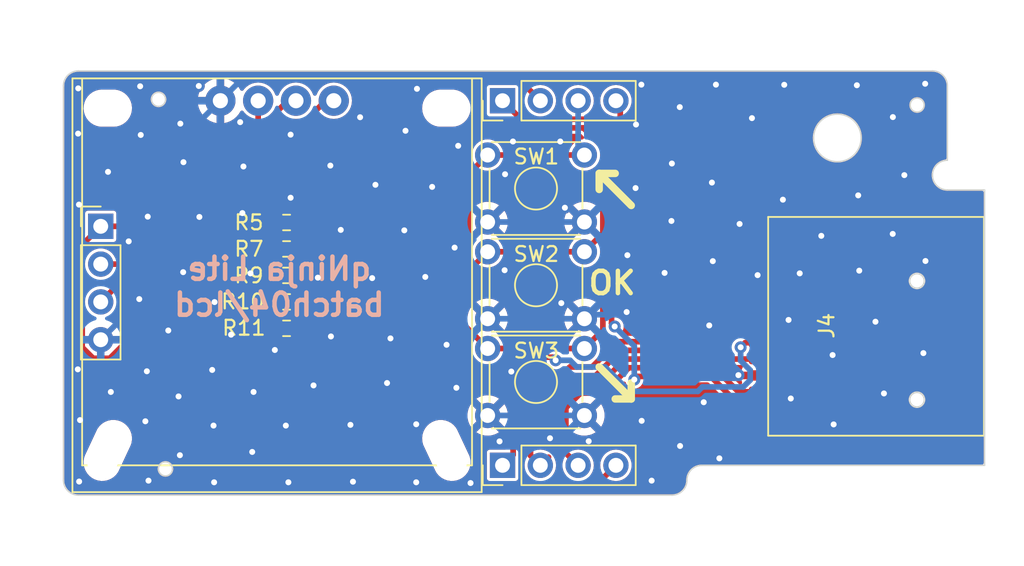
<source format=kicad_pcb>
(kicad_pcb (version 20211014) (generator pcbnew)
  (layers (0 "F.Cu" signal) (31 "B.Cu" signal) (34 "B.Paste" user) (35 "F.Paste" user) (36 "B.SilkS" user "B.Silkscreen") (37 "F.SilkS" user "F.Silkscreen") (38 "B.Mask" user) (39 "F.Mask" user) (44 "Edge.Cuts" user))
  (net 0 "")
  (net 1 "3V3D")
  (net 2 "SD_CS")
  (net 3 "MOSI")
  (net 4 "SCLK")
  (net 5 "MISO")
  (net 6 "SD_CD")
  (net 7 "TACT1")
  (net 8 "TACT2")
  (net 9 "TACT3")
  (net 10 "GND")
  (net 13 "I2C_SCL")
  (net 14 "I2C_SDA")
  (footprint "Ninja-qPCR:ALI_I2C_LCD" (layer "F.Cu") (at 146.350004 88.999993)
    (fp_text reference "D2" hide)
    (fp_text value "I2C_SSD1306_LCD")
    (fp_line (start 13.1 0) (end 13.1 26) (layer "F.SilkS") (width 0.12))
    (fp_line (start -13.75 0) (end 13.75 0) (layer "F.SilkS") (width 0.12))
    (fp_line (start 13.75 0) (end 13.75 27.8) (layer "F.SilkS") (width 0.12))
    (fp_line (start -13.1 0) (end -13.1 26) (layer "F.SilkS") (width 0.12))
    (fp_line (start -13.75 27.8) (end 13.75 27.8) (layer "F.SilkS") (width 0.12))
    (fp_line (start -13.75 0) (end -13.75 27.8) (layer "F.SilkS") (width 0.12))
    (fp_line (start -13.1 26) (end 13.1 26) (layer "F.SilkS") (width 0.12))
    (pad "" np_thru_hole oval (at 11.375 25 295.115) (size 3.767 2) (drill oval 3.767 2) (layers F&B.Cu *.Mask))
    (pad "" np_thru_hole oval (at 11.375 2) (size 2.75 2) (drill oval 2.75 2) (layers F&B.Cu *.Mask))
    (pad "" np_thru_hole oval (at -11.375 25 64.885) (size 3.767 2) (drill oval 3.767 2) (layers F&B.Cu *.Mask))
    (pad "" np_thru_hole oval (at -11.375 2) (size 2.75 2) (drill oval 2.75 2) (layers F&B.Cu *.Mask))
    (pad "1" thru_hole oval (at -3.81 1.5) (size 2.032 2.032) (drill 1.016) (layers *.Cu *.Mask) (net 10 "GND"))
    (pad "2" thru_hole oval (at -1.27 1.5) (size 2.032 2.032) (drill 1.016) (layers *.Cu *.Mask) (net 1 "3V3D"))
    (pad "3" thru_hole oval (at 1.27 1.5) (size 2.032 2.032) (drill 1.016) (layers *.Cu *.Mask) (net 13 "I2C_SCL"))
    (pad "4" thru_hole oval (at 3.81 1.5) (size 2.032 2.032) (drill 1.016) (layers *.Cu *.Mask) (net 14 "I2C_SDA"))
  )
  (footprint "Connector_PinHeader_2.54mm:PinHeader_1x04_P2.54mm_Vertical" (layer "F.Cu") (at 161.5 90.5 90)
    (fp_text reference "J1" hide)
    (fp_text value "Conn_01x04_Male")
    (fp_line (start 1.33 1.27) (end 1.33 8.95) (layer "F.SilkS") (width 0.12))
    (fp_line (start -1.33 8.95) (end 1.33 8.95) (layer "F.SilkS") (width 0.12))
    (fp_line (start -1.33 0) (end -1.33 -1.33) (layer "F.SilkS") (width 0.12))
    (fp_line (start -1.33 1.27) (end -1.33 8.95) (layer "F.SilkS") (width 0.12))
    (fp_line (start -1.33 1.27) (end 1.33 1.27) (layer "F.SilkS") (width 0.12))
    (fp_line (start -1.33 -1.33) (end 0 -1.33) (layer "F.SilkS") (width 0.12))
    (pad "1" thru_hole rect (at 0 0 90) (size 1.7 1.7) (drill 1) (layers *.Cu *.Mask) (net 9 "TACT3"))
    (pad "2" thru_hole oval (at 0 2.54 90) (size 1.7 1.7) (drill 1) (layers *.Cu *.Mask) (net 8 "TACT2"))
    (pad "3" thru_hole oval (at 0 5.08 90) (size 1.7 1.7) (drill 1) (layers *.Cu *.Mask) (net 7 "TACT1"))
    (pad "4" thru_hole oval (at 0 7.62 90) (size 1.7 1.7) (drill 1) (layers *.Cu *.Mask) (net 6 "SD_CD"))
  )
  (footprint "Resistor_SMD:R_0603_1608Metric" (layer "F.Cu") (at 146.9892 100.460635 180)
    (fp_text reference "R7" (at 2.5292 0) (layer "F.SilkS"))
    (fp_text value "100k")
    (fp_line (start -0.237258 -0.5225) (end 0.237258 -0.5225) (layer "F.SilkS") (width 0.12))
    (fp_line (start -0.237258 0.5225) (end 0.237258 0.5225) (layer "F.SilkS") (width 0.12))
    (pad "1" smd roundrect (at -0.825 0 180) (size 0.8 0.95) (layers "F.Cu" "F.Paste" "F.Mask") (net 1 "3V3D"))
    (pad "2" smd roundrect (at 0.825 0 180) (size 0.8 0.95) (layers "F.Cu" "F.Paste" "F.Mask") (net 14 "I2C_SDA"))
  )
  (footprint "Ninja-qPCR:ALI_microSD" (layer "F.Cu") (at 189.35 102.61 90)
    (fp_text reference "J4" (at -3.01 -6.07 90) (layer "F.SilkS"))
    (fp_text value "ALI_Micro_SD_Card")
    (fp_line (start 4.3 -10) (end 4.3 4.5) (layer "F.SilkS") (width 0.12))
    (fp_line (start -10.4 -10) (end -10.4 4.5) (layer "F.SilkS") (width 0.12))
    (fp_line (start 4.3 4.5) (end -10.4 4.5) (layer "F.SilkS") (width 0.12))
    (fp_line (start -10.4 -10) (end 4.3 -10) (layer "F.SilkS") (width 0.12))
    (fp_circle (center 0 0) (end 0.5 0) (layer "Edge.Cuts") (width 0.12) (fill none))
    (fp_circle (center -7.98 0) (end -7.48 0) (layer "Edge.Cuts") (width 0.12) (fill none))
    (pad "1" smd roundrect (at -0.85 -10.5 90) (size 0.7 1.6) (layers "F.Cu" "F.Paste" "F.Mask"))
    (pad "2" smd roundrect (at -1.95 -10.5 90) (size 0.7 1.6) (layers "F.Cu" "F.Paste" "F.Mask") (net 2 "SD_CS"))
    (pad "3" smd roundrect (at -3.05 -10.5 90) (size 0.7 1.6) (layers "F.Cu" "F.Paste" "F.Mask") (net 3 "MOSI"))
    (pad "4" smd roundrect (at -4.15 -10.5 90) (size 0.7 1.6) (layers "F.Cu" "F.Paste" "F.Mask") (net 1 "3V3D"))
    (pad "5" smd roundrect (at -5.25 -10.5 90) (size 0.7 1.6) (layers "F.Cu" "F.Paste" "F.Mask") (net 4 "SCLK"))
    (pad "6" smd roundrect (at -6.35 -10.5 90) (size 0.7 1.6) (layers "F.Cu" "F.Paste" "F.Mask") (net 10 "GND"))
    (pad "7" smd roundrect (at -7.45 -10.5 90) (size 0.7 1.6) (layers "F.Cu" "F.Paste" "F.Mask") (net 5 "MISO"))
    (pad "8" smd roundrect (at -8.55 -10.5 90) (size 0.7 1.6) (layers "F.Cu" "F.Paste" "F.Mask"))
    (pad "Cd" smd roundrect (at -9.65 -10.5 90) (size 0.7 1.6) (layers "F.Cu" "F.Paste" "F.Mask") (net 6 "SD_CD"))
    (pad "SHIELD" smd roundrect (at -10.8 -10 90) (size 1.192 1.4) (layers "F.Cu" "F.Paste" "F.Mask"))
    (pad "SHIELD" smd roundrect (at 4.7 -0.4 90) (size 1.2 2.2) (layers "F.Cu" "F.Paste" "F.Mask"))
    (pad "SHIELD" smd roundrect (at 3.8 -10 90) (size 1.6 1.4) (layers "F.Cu" "F.Paste" "F.Mask"))
    (pad "SHIELD" smd roundrect (at -10.8 -0.4 90) (size 1.2 2.2) (layers "F.Cu" "F.Paste" "F.Mask"))
  )
  (footprint "Connector_PinHeader_2.54mm:PinHeader_1x04_P2.54mm_Vertical" (layer "F.Cu") (at 134.5 98.94)
    (fp_text reference "J3" hide)
    (fp_text value "Conn_01x04_Male")
    (fp_line (start -1.33 -1.33) (end 0 -1.33) (layer "F.SilkS") (width 0.12))
    (fp_line (start -1.33 8.95) (end 1.33 8.95) (layer "F.SilkS") (width 0.12))
    (fp_line (start -1.33 1.27) (end -1.33 8.95) (layer "F.SilkS") (width 0.12))
    (fp_line (start -1.33 1.27) (end 1.33 1.27) (layer "F.SilkS") (width 0.12))
    (fp_line (start 1.33 1.27) (end 1.33 8.95) (layer "F.SilkS") (width 0.12))
    (fp_line (start -1.33 0) (end -1.33 -1.33) (layer "F.SilkS") (width 0.12))
    (pad "1" thru_hole rect (at 0 0) (size 1.7 1.7) (drill 1) (layers *.Cu *.Mask) (net 1 "3V3D"))
    (pad "2" thru_hole oval (at 0 2.54) (size 1.7 1.7) (drill 1) (layers *.Cu *.Mask) (net 13 "I2C_SCL"))
    (pad "3" thru_hole oval (at 0 5.079999) (size 1.7 1.7) (drill 1) (layers *.Cu *.Mask) (net 14 "I2C_SDA"))
    (pad "4" thru_hole oval (at 0 7.62) (size 1.7 1.7) (drill 1) (layers *.Cu *.Mask) (net 10 "GND"))
  )
  (footprint "Ninja-qPCR:SW_TH_Tactile_Omron_B3F-10xx" (layer "F.Cu") (at 160.5 107.15)
    (fp_text reference "SW3" (at 3.27 0.15) (layer "F.SilkS"))
    (fp_text value "TACTILE_4")
    (fp_line (start 0.28 -0.87) (end 6.22 -0.87) (layer "F.SilkS") (width 0.12))
    (fp_line (start 0.13 3.59) (end 0.13 0.91) (layer "F.SilkS") (width 0.12))
    (fp_line (start 0.28 5.37) (end 6.22 5.37) (layer "F.SilkS") (width 0.12))
    (fp_line (start 6.37 0.91) (end 6.37 3.59) (layer "F.SilkS") (width 0.12))
    (fp_circle (center 3.25 2.25) (end 4.25 3.25) (layer "F.SilkS") (width 0.12) (fill none))
    (pad "1" thru_hole circle locked (at 0 0) (size 1.7 1.7) (drill 1) (layers *.Cu *.Mask) (net 9 "TACT3"))
    (pad "2" thru_hole circle locked (at 6.5 0) (size 1.7 1.7) (drill 1) (layers *.Cu *.Mask) (net 9 "TACT3"))
    (pad "3" thru_hole circle locked (at 0 4.5) (size 1.7 1.7) (drill 1) (layers *.Cu *.Mask) (net 10 "GND"))
    (pad "4" thru_hole circle locked (at 6.5 4.5) (size 1.7 1.7) (drill 1) (layers *.Cu *.Mask) (net 10 "GND"))
  )
  (footprint "Resistor_SMD:R_0603_1608Metric" (layer "F.Cu") (at 146.9892 105.794635)
    (fp_text reference "R11" (at -2.8692 -0.027999) (layer "F.SilkS"))
    (fp_text value "100k")
    (fp_line (start -0.237258 -0.5225) (end 0.237258 -0.5225) (layer "F.SilkS") (width 0.12))
    (fp_line (start -0.237258 0.5225) (end 0.237258 0.5225) (layer "F.SilkS") (width 0.12))
    (pad "1" smd roundrect (at -0.825 0) (size 0.8 0.95) (layers "F.Cu" "F.Paste" "F.Mask") (net 1 "3V3D"))
    (pad "2" smd roundrect (at 0.825 0) (size 0.8 0.95) (layers "F.Cu" "F.Paste" "F.Mask") (net 9 "TACT3"))
  )
  (footprint "Resistor_SMD:R_0603_1608Metric" (layer "F.Cu") (at 146.9892 98.682635 180)
    (fp_text reference "R5" (at 2.5292 0) (layer "F.SilkS"))
    (fp_text value "100k")
    (fp_line (start -0.237258 -0.5225) (end 0.237258 -0.5225) (layer "F.SilkS") (width 0.12))
    (fp_line (start -0.237258 0.5225) (end 0.237258 0.5225) (layer "F.SilkS") (width 0.12))
    (pad "1" smd roundrect (at -0.825 0 180) (size 0.8 0.95) (layers "F.Cu" "F.Paste" "F.Mask") (net 1 "3V3D"))
    (pad "2" smd roundrect (at 0.825 0 180) (size 0.8 0.95) (layers "F.Cu" "F.Paste" "F.Mask") (net 13 "I2C_SCL"))
  )
  (footprint "Resistor_SMD:R_0603_1608Metric" (layer "F.Cu") (at 146.9892 102.238635)
    (fp_text reference "R9" (at -2.5292 0.008001) (layer "F.SilkS"))
    (fp_text value "100k")
    (fp_line (start -0.237258 0.5225) (end 0.237258 0.5225) (layer "F.SilkS") (width 0.12))
    (fp_line (start -0.237258 -0.5225) (end 0.237258 -0.5225) (layer "F.SilkS") (width 0.12))
    (pad "1" smd roundrect (at -0.825 0) (size 0.8 0.95) (layers "F.Cu" "F.Paste" "F.Mask") (net 1 "3V3D"))
    (pad "2" smd roundrect (at 0.825 0) (size 0.8 0.95) (layers "F.Cu" "F.Paste" "F.Mask") (net 7 "TACT1"))
  )
  (footprint "Ninja-qPCR:SW_TH_Tactile_Omron_B3F-10xx" (layer "F.Cu") (at 160.5 100.65)
    (fp_text reference "SW2" (at 3.27 0.16) (layer "F.SilkS"))
    (fp_text value "TACTILE_4")
    (fp_line (start 0.28 5.37) (end 6.22 5.37) (layer "F.SilkS") (width 0.12))
    (fp_line (start 0.28 -0.87) (end 6.22 -0.87) (layer "F.SilkS") (width 0.12))
    (fp_line (start 6.37 0.91) (end 6.37 3.59) (layer "F.SilkS") (width 0.12))
    (fp_line (start 0.13 3.59) (end 0.13 0.91) (layer "F.SilkS") (width 0.12))
    (fp_circle (center 3.25 2.25) (end 4.25 3.25) (layer "F.SilkS") (width 0.12) (fill none))
    (pad "1" thru_hole circle locked (at 0 0) (size 1.7 1.7) (drill 1) (layers *.Cu *.Mask) (net 8 "TACT2"))
    (pad "2" thru_hole circle locked (at 6.5 0) (size 1.7 1.7) (drill 1) (layers *.Cu *.Mask) (net 8 "TACT2"))
    (pad "3" thru_hole circle locked (at 0 4.5) (size 1.7 1.7) (drill 1) (layers *.Cu *.Mask) (net 10 "GND"))
    (pad "4" thru_hole circle locked (at 6.5 4.5) (size 1.7 1.7) (drill 1) (layers *.Cu *.Mask) (net 10 "GND"))
  )
  (footprint "Ninja-qPCR:SW_TH_Tactile_Omron_B3F-10xx" (layer "F.Cu") (at 160.5 94.15)
    (fp_text reference "SW1" (at 3.27 0.11) (layer "F.SilkS"))
    (fp_text value "TACTILE_4")
    (fp_line (start 0.13 3.59) (end 0.13 0.91) (layer "F.SilkS") (width 0.12))
    (fp_line (start 6.37 0.91) (end 6.37 3.59) (layer "F.SilkS") (width 0.12))
    (fp_line (start 0.28 5.37) (end 6.22 5.37) (layer "F.SilkS") (width 0.12))
    (fp_line (start 0.28 -0.87) (end 6.22 -0.87) (layer "F.SilkS") (width 0.12))
    (fp_circle (center 3.25 2.25) (end 4.25 3.25) (layer "F.SilkS") (width 0.12) (fill none))
    (pad "1" thru_hole circle locked (at 0 0) (size 1.7 1.7) (drill 1) (layers *.Cu *.Mask) (net 7 "TACT1"))
    (pad "2" thru_hole circle locked (at 6.5 0) (size 1.7 1.7) (drill 1) (layers *.Cu *.Mask) (net 7 "TACT1"))
    (pad "3" thru_hole circle locked (at 0 4.5) (size 1.7 1.7) (drill 1) (layers *.Cu *.Mask) (net 10 "GND"))
    (pad "4" thru_hole circle locked (at 6.5 4.5) (size 1.7 1.7) (drill 1) (layers *.Cu *.Mask) (net 10 "GND"))
  )
  (footprint "Connector_PinHeader_2.54mm:PinHeader_1x04_P2.54mm_Vertical" (layer "F.Cu") (at 161.5 115 90)
    (fp_text reference "J2" hide)
    (fp_text value "Conn_01x04_Male")
    (fp_line (start -1.33 8.95) (end 1.33 8.95) (layer "F.SilkS") (width 0.12))
    (fp_line (start -1.33 0) (end -1.33 -1.33) (layer "F.SilkS") (width 0.12))
    (fp_line (start -1.33 1.27) (end -1.33 8.95) (layer "F.SilkS") (width 0.12))
    (fp_line (start -1.33 1.27) (end 1.33 1.27) (layer "F.SilkS") (width 0.12))
    (fp_line (start -1.33 -1.33) (end 0 -1.33) (layer "F.SilkS") (width 0.12))
    (fp_line (start 1.33 1.27) (end 1.33 8.95) (layer "F.SilkS") (width 0.12))
    (pad "1" thru_hole rect (at 0 0 90) (size 1.7 1.7) (drill 1) (layers *.Cu *.Mask) (net 2 "SD_CS"))
    (pad "2" thru_hole oval (at 0 2.54 90) (size 1.7 1.7) (drill 1) (layers *.Cu *.Mask) (net 4 "SCLK"))
    (pad "3" thru_hole oval (at 0 5.08 90) (size 1.7 1.7) (drill 1) (layers *.Cu *.Mask) (net 5 "MISO"))
    (pad "4" thru_hole oval (at 0 7.62 90) (size 1.7 1.7) (drill 1) (layers *.Cu *.Mask) (net 3 "MOSI"))
  )
  (footprint "Resistor_SMD:R_0603_1608Metric" (layer "F.Cu") (at 146.9892 104.016635)
    (fp_text reference "R10" (at -2.9392 -0.019999) (layer "F.SilkS"))
    (fp_text value "100k")
    (fp_line (start -0.237258 0.5225) (end 0.237258 0.5225) (layer "F.SilkS") (width 0.12))
    (fp_line (start -0.237258 -0.5225) (end 0.237258 -0.5225) (layer "F.SilkS") (width 0.12))
    (pad "1" smd roundrect (at -0.825 0) (size 0.8 0.95) (layers "F.Cu" "F.Paste" "F.Mask") (net 1 "3V3D"))
    (pad "2" smd roundrect (at 0.825 0) (size 0.8 0.95) (layers "F.Cu" "F.Paste" "F.Mask") (net 8 "TACT2"))
  )
  (gr_line (start 193.889 115) (end 174.889 115) (layer "Edge.Cuts") (width 0.1))
  (gr_circle (center 184 93) (end 185.6 93) (layer "Edge.Cuts") (width 0.1) (fill none))
  (gr_arc (start 191.389 96.5) (mid 190.389 95.5) (end 191.389 94.5) (layer "Edge.Cuts") (width 0.1))
  (gr_arc (start 133 117) (mid 132.292893 116.707107) (end 132 116) (layer "Edge.Cuts") (width 0.1))
  (gr_circle (center 138.385 90.41) (end 137.91 90.41) (layer "Edge.Cuts") (width 0.1) (fill none))
  (gr_line (start 193.889 96.5) (end 191.389 96.5) (layer "Edge.Cuts") (width 0.1))
  (gr_arc (start 173.889 116) (mid 174.181893 115.292893) (end 174.889 115) (layer "Edge.Cuts") (width 0.1))
  (gr_line (start 132 89.5) (end 132 116) (layer "Edge.Cuts") (width 0.1))
  (gr_line (start 190.389 88.5) (end 133 88.5) (layer "Edge.Cuts") (width 0.1))
  (gr_arc (start 173.889 116) (mid 173.596107 116.707107) (end 172.889 117) (layer "Edge.Cuts") (width 0.1))
  (gr_line (start 193.889 115) (end 193.889 96.5) (layer "Edge.Cuts") (width 0.1))
  (gr_arc (start 132 89.5) (mid 132.292893 88.792893) (end 133 88.5) (layer "Edge.Cuts") (width 0.1))
  (gr_arc (start 190.389 88.5) (mid 191.096107 88.792893) (end 191.389 89.5) (layer "Edge.Cuts") (width 0.1))
  (gr_line (start 133 117) (end 172.889 117) (layer "Edge.Cuts") (width 0.1))
  (gr_circle (center 189.36 90.79) (end 188.885 90.79) (layer "Edge.Cuts") (width 0.1) (fill none))
  (gr_line (start 191.389 94.5) (end 191.389 89.5) (layer "Edge.Cuts") (width 0.1))
  (gr_circle (center 138.85 115.24) (end 138.375 115.24) (layer "Edge.Cuts") (width 0.1) (fill none))
  (gr_text "qNinja Lite\nbatch04/lcd" (at 146.5 103) (layer "B.SilkS") (effects (font (size 1.5 1.5) (thickness 0.3)) (justify mirror)))
  (gr_text "↑" (at 168.86 96.25 45) (layer "F.SilkS") (effects (font (size 4 4) (thickness 0.5))))
  (gr_text "↓" (at 168.86 109.25 45) (layer "F.SilkS") (effects (font (size 4 4) (thickness 0.5))))
  (gr_text "OK" (at 168.86 102.75) (layer "F.SilkS") (effects (font (size 1.5 1.5) (thickness 0.3))))
  (segment (start 135.987751 103.357751) (end 136.012752 106.907248) (width 0.381) (layer "F.Cu") (net 1))
  (segment (start 133.991833 107.81) (end 135.11 107.81) (width 0.381) (layer "F.Cu") (net 1))
  (segment (start 138.297784 101.047719) (end 145.106636 101.047719) (width 0.381) (layer "F.Cu") (net 1))
  (segment (start 137 98.94) (end 137.356559 99.296559) (width 0.381) (layer "F.Cu") (net 1))
  (segment (start 178.85 106.76) (end 177.8068 106.76) (width 0.381) (layer "F.Cu") (net 1))
  (segment (start 161.014956 108.393211) (end 159.985044 108.393211) (width 0.381) (layer "F.Cu") (net 1))
  (segment (start 133.256789 100.183211) (end 133.256789 107.074956) (width 0.381) (layer "F.Cu") (net 1))
  (segment (start 145.11 101.044355) (end 146.1642 102.098555) (width 0.381) (layer "F.Cu") (net 1))
  (segment (start 146.1642 105.794635) (end 146.1642 102.238635) (width 0.381) (layer "F.Cu") (net 1))
  (segment (start 157.708571 105.184075) (end 149.250264 105.184075) (width 0.381) (layer "F.Cu") (net 1))
  (segment (start 145.106636 101.047719) (end 145.11 101.044355) (width 0.381) (layer "F.Cu") (net 1))
  (segment (start 147.03242 106.662855) (end 146.1642 105.794635) (width 0.381) (layer "F.Cu") (net 1))
  (segment (start 133.256789 107.074956) (end 133.991833 107.81) (width 0.381) (layer "F.Cu") (net 1))
  (segment (start 146.1642 102.110635) (end 147.8142 100.460635) (width 0.381) (layer "F.Cu") (net 1))
  (segment (start 145.080004 98.359996) (end 145.080004 90.499993) (width 0.381) (layer "F.Cu") (net 1))
  (segment (start 146.1642 102.238635) (end 146.1642 102.110635) (width 0.381) (layer "F.Cu") (net 1))
  (segment (start 135.987751 106.932249) (end 135.987751 103.357751) (width 0.381) (layer "F.Cu") (net 1))
  (segment (start 134.5 98.94) (end 137 98.94) (width 0.381) (layer "F.Cu") (net 1))
  (segment (start 159.256789 107.664956) (end 159.256789 106.732293) (width 0.381) (layer "F.Cu") (net 1))
  (segment (start 136.012752 103.382752) (end 136.01 103.38) (width 0.381) (layer "F.Cu") (net 1))
  (segment (start 137.356559 99.296559) (end 144.143441 99.296559) (width 0.381) (layer "F.Cu") (net 1))
  (segment (start 165.068177 107.9432) (end 164.858697 107.73372) (width 0.381) (layer "F.Cu") (net 1))
  (segment (start 159.985044 108.393211) (end 159.256789 107.664956) (width 0.381) (layer "F.Cu") (net 1))
  (segment (start 146.1642 102.098555) (end 146.1642 102.238635) (width 0.381) (layer "F.Cu") (net 1))
  (segment (start 149.250264 105.184075) (end 148.622169 105.81217) (width 0.381) (layer "F.Cu") (net 1))
  (segment (start 161.674447 107.73372) (end 161.014956 108.393211) (width 0.381) (layer "F.Cu") (net 1))
  (segment (start 177.8068 106.76) (end 177.5 107.0668) (width 0.381) (layer "F.Cu") (net 1))
  (segment (start 134.5 98.94) (end 133.256789 100.183211) (width 0.381) (layer "F.Cu") (net 1))
  (segment (start 136.012752 106.907248) (end 136.012752 103.382752) (width 0.381) (layer "F.Cu") (net 1))
  (segment (start 148.287145 106.662855) (end 147.03242 106.662855) (width 0.381) (layer "F.Cu") (net 1))
  (segment (start 148.622169 106.327831) (end 148.287145 106.662855) (width 0.381) (layer "F.Cu") (net 1))
  (segment (start 144.143441 99.296559) (end 145.080004 98.359996) (width 0.381) (layer "F.Cu") (net 1))
  (segment (start 136.01 103.38) (end 136.01 103.335503) (width 0.381) (layer "F.Cu") (net 1))
  (segment (start 159.256789 106.732293) (end 157.708571 105.184075) (width 0.381) (layer "F.Cu") (net 1))
  (segment (start 135.11 107.81) (end 135.987751 106.932249) (width 0.381) (layer "F.Cu") (net 1))
  (segment (start 148.622169 105.81217) (end 148.622169 106.327831) (width 0.381) (layer "F.Cu") (net 1))
  (segment (start 147.8142 100.460635) (end 147.8142 98.682635) (width 0.381) (layer "F.Cu") (net 1))
  (segment (start 136.01 103.335503) (end 138.297784 101.047719) (width 0.381) (layer "F.Cu") (net 1))
  (segment (start 164.858697 107.73372) (end 161.674447 107.73372) (width 0.381) (layer "F.Cu") (net 1))
  (via (at 177.5 107.0668) (size 0.8) (drill 0.4) (layers "F.Cu" "B.Cu") (net 1))
  (via (at 165.068177 107.9432) (size 0.8) (drill 0.4) (layers "F.Cu" "B.Cu") (net 1))
  (segment (start 166.485044 108.393211) (end 166.070917 107.979083) (width 0.381) (layer "B.Cu") (net 1))
  (segment (start 178.143211 108.61144) (end 178.143211 109.26856) (width 0.381) (layer "B.Cu") (net 1))
  (segment (start 178.143211 109.26856) (end 177.67856 109.733211) (width 0.381) (layer "B.Cu") (net 1))
  (segment (start 177.5 107.968229) (end 178.143211 108.61144) (width 0.381) (layer "B.Cu") (net 1))
  (segment (start 177.5 107.0668) (end 177.5 107.968229) (width 0.381) (layer "B.Cu") (net 1))
  (segment (start 174.628098 110.030131) (end 174.925018 109.733211) (width 0.381) (layer "B.Cu") (net 1))
  (segment (start 168.390902 108.393211) (end 170.027822 110.030131) (width 0.381) (layer "B.Cu") (net 1))
  (segment (start 174.925018 109.733211) (end 177.67856 109.733211) (width 0.381) (layer "B.Cu") (net 1))
  (segment (start 166.485044 108.393211) (end 168.390902 108.393211) (width 0.381) (layer "B.Cu") (net 1))
  (segment (start 166.070917 107.979083) (end 166.035033 107.9432) (width 0.381) (layer "B.Cu") (net 1))
  (segment (start 170.027822 110.030131) (end 174.628098 110.030131) (width 0.381) (layer "B.Cu") (net 1))
  (segment (start 166.035033 107.9432) (end 165.068177 107.9432) (width 0.381) (layer "B.Cu") (net 1))
  (segment (start 161.5 115) (end 162.213069 114.286931) (width 0.381) (layer "F.Cu") (net 2))
  (segment (start 164.005631 110.40969) (end 166.022112 108.393211) (width 0.381) (layer "F.Cu") (net 2))
  (segment (start 166.022112 108.393211) (end 167.514956 108.393211) (width 0.381) (layer "F.Cu") (net 2))
  (segment (start 162.186281 113.843212) (end 162.186281 112.229041) (width 0.381) (layer "F.Cu") (net 2))
  (segment (start 178.346416 104.56) (end 178.85 104.56) (width 0.381) (layer "F.Cu") (net 2))
  (segment (start 162.213069 113.87) (end 162.186281 113.843212) (width 0.381) (layer "F.Cu") (net 2))
  (segment (start 175.926965 106.69256) (end 178.059525 104.56) (width 0.381) (layer "F.Cu") (net 2))
  (segment (start 162.186281 112.229041) (end 164.005631 110.40969) (width 0.381) (layer "F.Cu") (net 2))
  (segment (start 178.059525 104.56) (end 178.85 104.56) (width 0.381) (layer "F.Cu") (net 2))
  (segment (start 162.213069 114.286931) (end 162.213069 113.87) (width 0.381) (layer "F.Cu") (net 2))
  (segment (start 169.215607 106.69256) (end 175.926965 106.69256) (width 0.381) (layer "F.Cu") (net 2))
  (segment (start 167.514956 108.393211) (end 169.215607 106.69256) (width 0.381) (layer "F.Cu") (net 2))
  (segment (start 167.803069 108.976931) (end 167.803069 108.930602) (width 0.381) (layer "F.Cu") (net 3))
  (segment (start 163.525044 116.243211) (end 162.796789 115.514956) (width 0.381) (layer "F.Cu") (net 3))
  (segment (start 167.803069 108.930602) (end 169.457391 107.27628) (width 0.381) (layer "F.Cu") (net 3))
  (segment (start 162.796789 115.514956) (end 162.796789 112.497615) (width 0.381) (layer "F.Cu") (net 3))
  (segment (start 177.785029 105.66) (end 178.85 105.66) (width 0.381) (layer "F.Cu") (net 3))
  (segment (start 162.77 112.470826) (end 166.263895 108.976931) (width 0.381) (layer "F.Cu") (net 3))
  (segment (start 169.457391 107.27628) (end 176.168749 107.27628) (width 0.381) (layer "F.Cu") (net 3))
  (segment (start 167.876789 116.243211) (end 163.525044 116.243211) (width 0.381) (layer "F.Cu") (net 3))
  (segment (start 169.12 115) (end 167.876789 116.243211) (width 0.381) (layer "F.Cu") (net 3))
  (segment (start 162.796789 112.497615) (end 162.77 112.470826) (width 0.381) (layer "F.Cu") (net 3))
  (segment (start 169.12 115) (end 168.591833 115) (width 0.381) (layer "F.Cu") (net 3))
  (segment (start 176.168749 107.27628) (end 177.785029 105.66) (width 0.381) (layer "F.Cu") (net 3))
  (segment (start 166.263895 108.976931) (end 167.803069 108.976931) (width 0.381) (layer "F.Cu") (net 3))
  (segment (start 163.380509 114.340509) (end 163.380509 112.685821) (width 0.381) (layer "F.Cu") (net 4))
  (segment (start 164.04 115) (end 164.58935 114.45065) (width 0.381) (layer "F.Cu") (net 4))
  (segment (start 163.380509 112.685821) (end 166.505679 109.560651) (width 0.381) (layer "F.Cu") (net 4))
  (segment (start 166.505679 109.560651) (end 168.044853 109.560651) (width 0.381) (layer "F.Cu") (net 4))
  (segment (start 168.044853 109.560651) (end 169.745504 107.86) (width 0.381) (layer "F.Cu") (net 4))
  (segment (start 169.745504 107.86) (end 178.85 107.86) (width 0.381) (layer "F.Cu") (net 4))
  (segment (start 164.04 115) (end 163.380509 114.340509) (width 0.381) (layer "F.Cu") (net 4))
  (segment (start 177.348229 110.06) (end 178.85 110.06) (width 0.381) (layer "F.Cu") (net 5))
  (segment (start 168.286637 110.144371) (end 169.987288 108.44372) (width 0.381) (layer "F.Cu") (net 5))
  (segment (start 166.747463 110.144371) (end 168.286637 110.144371) (width 0.381) (layer "F.Cu") (net 5))
  (segment (start 169.987288 108.44372) (end 175.731949 108.44372) (width 0.381) (layer "F.Cu") (net 5))
  (segment (start 166.58 115) (end 165.756789 114.176789) (width 0.381) (layer "F.Cu") (net 5))
  (segment (start 175.731949 108.44372) (end 177.348229 110.06) (width 0.381) (layer "F.Cu") (net 5))
  (segment (start 165.756789 111.135044) (end 166.747463 110.144371) (width 0.381) (layer "F.Cu") (net 5))
  (segment (start 165.756789 114.176789) (end 165.756789 111.135044) (width 0.381) (layer "F.Cu") (net 5))
  (segment (start 169.41065 99.906281) (end 169.410651 90.790651) (width 0.381) (layer "F.Cu") (net 6))
  (segment (start 177.65678 111.194055) (end 175.490165 109.02744) (width 0.381) (layer "F.Cu") (net 6))
  (segment (start 168.826931 105.460825) (end 168.826931 100.49) (width 0.381) (layer "F.Cu") (net 6))
  (segment (start 178.85 112.26) (end 178.346416 112.26) (width 0.381) (layer "F.Cu") (net 6))
  (segment (start 168.826931 100.49) (end 169.41065 99.906281) (width 0.381) (layer "F.Cu") (net 6))
  (segment (start 175.490165 109.02744) (end 175.16 109.02744) (width 0.381) (layer "F.Cu") (net 6))
  (segment (start 177.65678 111.570364) (end 177.65678 111.194055) (width 0.381) (layer "F.Cu") (net 6))
  (segment (start 178.346416 112.26) (end 177.65678 111.570364) (width 0.381) (layer "F.Cu") (net 6))
  (segment (start 173.21744 109.02744) (end 170.565862 109.02744) (width 0.381) (layer "F.Cu") (net 6))
  (segment (start 169.410651 90.790651) (end 169.12 90.5) (width 0.381) (layer "F.Cu") (net 6))
  (segment (start 175.16 109.02744) (end 173.21744 109.02744) (width 0.381) (layer "F.Cu") (net 6))
  (segment (start 170.565862 109.02744) (end 170.356382 109.23692) (width 0.381) (layer "F.Cu") (net 6))
  (segment (start 169.036411 105.670305) (end 168.826931 105.460825) (width 0.381) (layer "F.Cu") (net 6))
  (via (at 170.356382 109.23692) (size 0.8) (drill 0.4) (layers "F.Cu" "B.Cu") (net 6))
  (via (at 169.036411 105.670305) (size 0.8) (drill 0.4) (layers "F.Cu" "B.Cu") (net 6))
  (segment (start 170.356382 109.23692) (end 170.356382 106.990276) (width 0.381) (layer "B.Cu") (net 6))
  (segment (start 170.356382 106.990276) (end 169.036411 105.670305) (width 0.381) (layer "B.Cu") (net 6))
  (segment (start 159.256789 95.393211) (end 160.5 94.15) (width 0.381) (layer "F.Cu") (net 7))
  (segment (start 147.8142 102.238635) (end 147.8142 102.3742) (width 0.381) (layer "F.Cu") (net 7))
  (segment (start 148.872915 103.432915) (end 156.891581 103.432915) (width 0.381) (layer "F.Cu") (net 7))
  (segment (start 156.891581 103.432915) (end 159.256789 101.067707) (width 0.381) (layer "F.Cu") (net 7))
  (segment (start 147.8142 102.3742) (end 148.872915 103.432915) (width 0.381) (layer "F.Cu") (net 7))
  (segment (start 159.256789 101.067707) (end 159.256789 95.393211) (width 0.381) (layer "F.Cu") (net 7))
  (segment (start 160.5 94.15) (end 167 94.15) (width 0.381) (layer "F.Cu") (net 7))
  (segment (start 166.58 93.73) (end 167 94.15) (width 0.381) (layer "B.Cu") (net 7))
  (segment (start 166.58 90.5) (end 166.58 93.73) (width 0.381) (layer "B.Cu") (net 7))
  (segment (start 160.5 100.65) (end 167 100.65) (width 0.381) (layer "F.Cu") (net 8))
  (segment (start 168.243211 99.406789) (end 167 100.65) (width 0.381) (layer "F.Cu") (net 8))
  (segment (start 160.840509 92.326931) (end 159.94 91.426422) (width 0.381) (layer "F.Cu") (net 8))
  (segment (start 167.514957 92.906789) (end 168.243211 93.635044) (width 0.381) (layer "F.Cu") (net 8))
  (segment (start 147.8142 104.016635) (end 157.133365 104.016635) (width 0.381) (layer "F.Cu") (net 8))
  (segment (start 160.5 100.98) (end 160.5 100.65) (width 0.381) (layer "F.Cu") (net 8))
  (segment (start 167.514957 92.906789) (end 166.935099 92.326931) (width 0.381) (layer "F.Cu") (net 8))
  (segment (start 162.796789 89.256789) (end 164.04 90.5) (width 0.381) (layer "F.Cu") (net 8))
  (segment (start 168.243211 93.635044) (end 168.243211 99.406789) (width 0.381) (layer "F.Cu") (net 8))
  (segment (start 159.94 91.426422) (end 159.94 89.573578) (width 0.381) (layer "F.Cu") (net 8))
  (segment (start 157.133365 104.016635) (end 160.5 100.65) (width 0.381) (layer "F.Cu") (net 8))
  (segment (start 167.514956 92.906789) (end 167.514957 92.906789) (width 0.381) (layer "F.Cu") (net 8))
  (segment (start 159.94 89.573578) (end 160.256789 89.256789) (width 0.381) (layer "F.Cu") (net 8))
  (segment (start 166.935099 92.326931) (end 160.840509 92.326931) (width 0.381) (layer "F.Cu") (net 8))
  (segment (start 160.256789 89.256789) (end 162.796789 89.256789) (width 0.381) (layer "F.Cu") (net 8))
  (segment (start 147.8142 105.794635) (end 149.00848 104.600355) (width 0.381) (layer "F.Cu") (net 9))
  (segment (start 162.743211 91.743211) (end 161.5 90.5) (width 0.381) (layer "F.Cu") (net 9))
  (segment (start 167.176882 91.743211) (end 162.743211 91.743211) (width 0.381) (layer "F.Cu") (net 9))
  (segment (start 168.826931 93.39326) (end 167.176882 91.743211) (width 0.381) (layer "F.Cu") (net 9))
  (segment (start 160.5 107.15) (end 167 107.15) (width 0.381) (layer "F.Cu") (net 9))
  (segment (start 168.826931 99.648573) (end 168.826931 93.39326) (width 0.381) (layer "F.Cu") (net 9))
  (segment (start 168.243211 100.232293) (end 168.826931 99.648573) (width 0.381) (layer "F.Cu") (net 9))
  (segment (start 149.00848 104.600355) (end 157.950355 104.600355) (width 0.381) (layer "F.Cu") (net 9))
  (segment (start 167 107.15) (end 168.243211 105.906789) (width 0.381) (layer "F.Cu") (net 9))
  (segment (start 157.950355 104.600355) (end 160.5 107.15) (width 0.381) (layer "F.Cu") (net 9))
  (segment (start 168.243211 105.906789) (end 168.243211 100.232293) (width 0.381) (layer "F.Cu") (net 9))
  (segment (start 177.37 108.96) (end 177.35 108.94) (width 0.381) (layer "F.Cu") (net 10))
  (segment (start 178.85 108.96) (end 177.37 108.96) (width 0.381) (layer "F.Cu") (net 10))
  (via (at 152.96 96.15) (size 0.8) (drill 0.4) (layers "F.Cu" "B.Cu") (net 10))
  (via (at 137.71 116.03) (size 0.8) (drill 0.4) (layers "F.Cu" "B.Cu") (net 10))
  (via (at 136.38 99.95) (size 0.8) (drill 0.4) (layers "F.Cu" "B.Cu") (net 10))
  (via (at 135.18 110.07) (size 0.8) (drill 0.4) (layers "F.Cu" "B.Cu") (net 10))
  (via (at 151.45 116.1) (size 0.8) (drill 0.4) (layers "F.Cu" "B.Cu") (net 10))
  (via (at 154.9 99.21) (size 0.8) (drill 0.4) (layers "F.Cu" "B.Cu") (net 10))
  (via (at 157.74 106.9) (size 0.8) (drill 0.4) (layers "F.Cu" "B.Cu") (net 10))
  (via (at 183.68 107.59) (size 0.8) (drill 0.4) (layers "F.Cu" "B.Cu") (net 10))
  (via (at 164.69 113.18) (size 0.8) (drill 0.4) (layers "F.Cu" "B.Cu") (net 10))
  (via (at 161.64 101.89) (size 0.8) (drill 0.4) (layers "F.Cu" "B.Cu") (net 10))
  (via (at 132.98 92.71) (size 0.8) (drill 0.4) (layers "F.Cu" "B.Cu") (net 10))
  (via (at 133.05 116.09) (size 0.8) (drill 0.4) (layers "F.Cu" "B.Cu") (net 10))
  (via (at 153.74 109.47) (size 0.8) (drill 0.4) (layers "F.Cu" "B.Cu") (net 10))
  (via (at 142.12 116.14) (size 0.8) (drill 0.4) (layers "F.Cu" "B.Cu") (net 10))
  (via (at 187.13 110.17) (size 0.8) (drill 0.4) (layers "F.Cu" "B.Cu") (net 10))
  (via (at 142.15 104.03) (size 0.8) (drill 0.4) (layers "F.Cu" "B.Cu") (net 10))
  (via (at 143.26 106.22) (size 0.8) (drill 0.4) (layers "F.Cu" "B.Cu") (net 10))
  (via (at 178.64 102.22) (size 0.8) (drill 0.4) (layers "F.Cu" "B.Cu") (net 10))
  (via (at 153.97 106.47) (size 0.8) (drill 0.4) (layers "F.Cu" "B.Cu") (net 10))
  (via (at 139.82 114.32) (size 0.8) (drill 0.4) (layers "F.Cu" "B.Cu") (net 10))
  (via (at 134.99 95.28) (size 0.8) (drill 0.4) (layers "F.Cu" "B.Cu") (net 10))
  (via (at 151.28 112.28) (size 0.8) (drill 0.4) (layers "F.Cu" "B.Cu") (net 10))
  (via (at 143.87 91.94) (size 0.8) (drill 0.4) (layers "F.Cu" "B.Cu") (net 10))
  (via (at 161.67 95.44) (size 0.8) (drill 0.4) (layers "F.Cu" "B.Cu") (net 10))
  (via (at 175.39 105.6) (size 0.8) (drill 0.4) (layers "F.Cu" "B.Cu") (net 10))
  (via (at 180.34 97.15) (size 0.8) (drill 0.4) (layers "F.Cu" "B.Cu") (net 10))
  (via (at 141.09 89.51) (size 0.8) (drill 0.4) (layers "F.Cu" "B.Cu") (net 10))
  (via (at 175.84 89.42) (size 0.8) (drill 0.4) (layers "F.Cu" "B.Cu") (net 10))
  (via (at 132.96 108.55) (size 0.8) (drill 0.4) (layers "F.Cu" "B.Cu") (net 10))
  (via (at 182.92 99.58) (size 0.8) (drill 0.4) (layers "F.Cu" "B.Cu") (net 10))
  (via (at 154.98 92.52) (size 0.8) (drill 0.4) (layers "F.Cu" "B.Cu") (net 10))
  (via (at 186.56 105.35) (size 0.8) (drill 0.4) (layers "F.Cu" "B.Cu") (net 10))
  (via (at 165.45 104.1) (size 0.8) (drill 0.4) (layers "F.Cu" "B.Cu") (net 10))
  (via (at 158.52 93.53) (size 0.8) (drill 0.4) (layers "F.Cu" "B.Cu") (net 10))
  (via (at 187.73 91.6) (size 0.8) (drill 0.4) (layers "F.Cu" "B.Cu") (net 10))
  (via (at 149.93 94.86) (size 0.8) (drill 0.4) (layers "F.Cu" "B.Cu") (net 10))
  (via (at 139.85 92.04) (size 0.8) (drill 0.4) (layers "F.Cu" "B.Cu") (net 10))
  (via (at 137.66 98.29) (size 0.8) (drill 0.4) (layers "F.Cu" "B.Cu") (net 10))
  (via (at 172.85 98.58) (size 0.8) (drill 0.4) (layers "F.Cu" "B.Cu") (net 10))
  (via (at 146.94 112.33) (size 0.8) (drill 0.4) (layers "F.Cu" "B.Cu") (net 10))
  (via (at 137.19 92.8) (size 0.8) (drill 0.4) (layers "F.Cu" "B.Cu") (net 10))
  (via (at 180.87 110.51) (size 0.8) (drill 0.4) (layers "F.Cu" "B.Cu") (net 10))
  (via (at 147.26 92.78) (size 0.8) (drill 0.4) (layers "F.Cu" "B.Cu") (net 10))
  (via (at 173.41 90.93) (size 0.8) (drill 0.4) (layers "F.Cu" "B.Cu") (net 10))
  (via (at 144.02 98.05) (size 0.8) (drill 0.4) (layers "F.Cu" "B.Cu") (net 10))
  (via (at 141.13 98.31) (size 0.8) (drill 0.4) (layers "F.Cu" "B.Cu") (net 10))
  (via (at 155.75 89.7) (size 0.8) (drill 0.4) (layers "F.Cu" "B.Cu") (net 10))
  (via (at 178.26 91.67) (size 0.8) (drill 0.4) (layers "F.Cu" "B.Cu") (net 10))
  (via (at 169.84 104.7) (size 0.8) (drill 0.4) (layers "F.Cu" "B.Cu") (net 10))
  (via (at 176.07 114.53) (size 0.8) (drill 0.4) (layers "F.Cu" "B.Cu") (net 10))
  (via (at 171.52 116.03) (size 0.8) (drill 0.4) (layers "F.Cu" "B.Cu") (net 10))
  (via (at 146.2 107.25) (size 0.8) (drill 0.4) (layers "F.Cu" "B.Cu") (net 10))
  (via (at 189.92 101.27) (size 0.8) (drill 0.4) (layers "F.Cu" "B.Cu") (net 10))
  (via (at 173.43 113.7) (size 0.8) (drill 0.4) (layers "F.Cu" "B.Cu") (net 10))
  (via (at 137.09 103.83) (size 0.8) (drill 0.4) (layers "F.Cu" "B.Cu") (net 10))
  (via (at 155.7 116.14) (size 0.8) (drill 0.4) (layers "F.Cu" "B.Cu") (net 10))
  (via (at 177.35 108.94) (size 0.8) (drill 0.4) (layers "F.Cu" "B.Cu") (net 10))
  (via (at 189.9 89.36) (size 0.8) (drill 0.4) (layers "F.Cu" "B.Cu") (net 10))
  (via (at 162.2 93.24) (size 0.8) (drill 0.4) (layers "F.Cu" "B.Cu") (net 10))
  (via (at 149.97 106.34) (size 0.8) (drill 0.4) (layers "F.Cu" "B.Cu") (net 10))
  (via (at 162.09 108.7) (size 0.8) (drill 0.4) (layers "F.Cu" "B.Cu") (net 10))
  (via (at 183.75 112.25) (size 0.8) (drill 0.4) (layers "F.Cu" "B.Cu") (net 10))
  (via (at 132.99 89.67) (size 0.8) (drill 0.4) (layers "F.Cu" "B.Cu") (net 10))
  (via (at 142.08 112.33) (size 0.8) (drill 0.4) (layers "F.Cu" "B.Cu") (net 10))
  (via (at 185.31 89.46) (size 0.8) (drill 0.4) (layers "F.Cu" "B.Cu") (net 10))
  (via (at 147.11 116.14) (size 0.8) (drill 0.4) (layers "F.Cu" "B.Cu") (net 10))
  (via (at 185.4 96.86) (size 0.8) (drill 0.4) (layers "F.Cu" "B.Cu") (net 10))
  (via (at 180.72 105.23) (size 0.8) (drill 0.4) (layers "F.Cu" "B.Cu") (net 10))
  (via (at 152.74 102.42) (size 0.8) (drill 0.4) (layers "F.Cu" "B.Cu") (net 10))
  (via (at 172.88 94.72) (size 0.8) (drill 0.4) (layers "F.Cu" "B.Cu") (net 10))
  (via (at 156.31 102.34) (size 0.8) (drill 0.4) (layers "F.Cu" "B.Cu") (net 10))
  (via (at 165.69 97.69) (size 0.8) (drill 0.4) (layers "F.Cu" "B.Cu") (net 10))
  (via (at 133.11 111.96) (size 0.8) (drill 0.4) (layers "F.Cu" "B.Cu") (net 10))
  (via (at 144.77 110.07) (size 0.8) (drill 0.4) (layers "F.Cu" "B.Cu") (net 10))
  (via (at 158.28 100.37) (size 0.8) (drill 0.4) (layers "F.Cu" "B.Cu") (net 10))
  (via (at 133.04 97.48) (size 0.8) (drill 0.4) (layers "F.Cu" "B.Cu") (net 10))
  (via (at 165.38 93.24) (size 0.8) (drill 0.4) (layers "F.Cu" "B.Cu") (net 10))
  (via (at 169.89 100.88) (size 0.8) (drill 0.4) (layers "F.Cu" "B.Cu") (net 10))
  (via (at 158.4 109.79) (size 0.8) (drill 0.4) (layers "F.Cu" "B.Cu") (net 10))
  (via (at 144.68 114.1) (size 0.8) (drill 0.4) (layers "F.Cu" "B.Cu") (net 10))
  (via (at 144.56 102.1) (size 0.8) (drill 0.4) (layers "F.Cu" "B.Cu") (net 10))
  (via (at 167.29 113.38) (size 0.8) (drill 0.4) (layers "F.Cu" "B.Cu") (net 10))
  (via (at 149.09 102.39) (size 0.8) (drill 0.4) (layers "F.Cu" "B.Cu") (net 10))
  (via (at 170.47 92.1) (size 0.8) (drill 0.4) (layers "F.Cu" "B.Cu") (net 10))
  (via (at 189.78 107.46) (size 0.8) (drill 0.4) (layers "F.Cu" "B.Cu") (net 10))
  (via (at 170.83 89.42) (size 0.8) (drill 0.4) (layers "F.Cu" "B.Cu") (net 10))
  (via (at 155.7 112.24) (size 0.8) (drill 0.4) (layers "F.Cu" "B.Cu") (net 10))
  (via (at 188.5 95.5) (size 0.8) (drill 0.4) (layers "F.Cu" "B.Cu") (net 10))
  (via (at 144.09 94.92) (size 0.8) (drill 0.4) (layers "F.Cu" "B.Cu") (net 10))
  (via (at 140.04 102.02) (size 0.8) (drill 0.4) (layers "F.Cu" "B.Cu") (net 10))
  (via (at 150.63 99.18) (size 0.8) (drill 0.4) (layers "F.Cu" "B.Cu") (net 10))
  (via (at 140.06 94.63) (size 0.8) (drill 0.4) (layers "F.Cu" "B.Cu") (net 10))
  (via (at 180.43 89.43) (size 0.8) (drill 0.4) (layers "F.Cu" "B.Cu") (net 10))
  (via (at 156.77 96.29) (size 0.8) (drill 0.4) (layers "F.Cu" "B.Cu") (net 10))
  (via (at 161.3 113.39) (size 0.8) (drill 0.4) (layers "F.Cu" "B.Cu") (net 10))
  (via (at 175.02 110.76) (size 0.8) (drill 0.4) (layers "F.Cu" "B.Cu") (net 10))
  (via (at 159.35 116.19) (size 0.8) (drill 0.4) (layers "F.Cu" "B.Cu") (net 10))
  (via (at 187.72 99.45) (size 0.8) (drill 0.4) (layers "F.Cu" "B.Cu") (net 10))
  (via (at 139.04 105.94) (size 0.8) (drill 0.4) (layers "F.Cu" "B.Cu") (net 10))
  (via (at 141.99 108.59) (size 0.8) (drill 0.4) (layers "F.Cu" "B.Cu") (net 10))
  (via (at 137.5 112.04) (size 0.8) (drill 0.4) (layers "F.Cu" "B.Cu") (net 10))
  (via (at 137.15 89.53) (size 0.8) (drill 0.4) (layers "F.Cu" "B.Cu") (net 10))
  (via (at 147.26 97.02) (size 0.8) (drill 0.4) (layers "F.Cu" "B.Cu") (net 10))
  (via (at 181.47 102.1) (size 0.8) (drill 0.4) (layers "F.Cu" "B.Cu") (net 10))
  (via (at 172.39 102.07) (size 0.8) (drill 0.4) (layers "F.Cu" "B.Cu") (net 10))
  (via (at 137.6 108.68) (size 0.8) (drill 0.4) (layers "F.Cu" "B.Cu") (net 10))
  (via (at 177.43 98.78) (size 0.8) (drill 0.4) (layers "F.Cu" "B.Cu") (net 10))
  (via (at 139.73 110.37) (size 0.8) (drill 0.4) (layers "F.Cu" "B.Cu") (net 10))
  (via (at 185.47 101.92) (size 0.8) (drill 0.4) (layers "F.Cu" "B.Cu") (net 10))
  (via (at 151.93 91.61) (size 0.8) (drill 0.4) (layers "F.Cu" "B.Cu") (net 10))
  (via (at 175.63 101.28) (size 0.8) (drill 0.4) (layers "F.Cu" "B.Cu") (net 10))
  (via (at 170.85 112.01) (size 0.8) (drill 0.4) (layers "F.Cu" "B.Cu") (net 10))
  (via (at 170.44 96.37) (size 0.8) (drill 0.4) (layers "F.Cu" "B.Cu") (net 10))
  (via (at 148.8 109.63) (size 0.8) (drill 0.4) (layers "F.Cu" "B.Cu") (net 10))
  (via (at 175.57 96) (size 0.8) (drill 0.4) (layers "F.Cu" "B.Cu") (net 10))
  (segment (start 135.743211 105.316789) (end 135.743211 97.296786) (width 0.381) (layer "B.Cu") (net 10))
  (segment (start 160.5 105.15) (end 167 105.15) (width 0.381) (layer "B.Cu") (net 10))
  (segment (start 150.940782 89.090782) (end 143.949215 89.090782) (width 0.381) (layer "B.Cu") (net 10))
  (segment (start 143.949215 89.090782) (end 142.540004 90.499993) (width 0.381) (layer "B.Cu") (net 10))
  (segment (start 167.272906 104.877094) (end 167 105.15) (width 0.381) (layer "B.Cu") (net 10))
  (segment (start 160.5 98.65) (end 167 98.65) (width 0.381) (layer "B.Cu") (net 10))
  (segment (start 134.5 106.56) (end 135.743211 105.316789) (width 0.381) (layer "B.Cu") (net 10))
  (segment (start 160.5 111.65) (end 167 111.65) (width 0.381) (layer "B.Cu") (net 10))
  (segment (start 177.35 108.94) (end 171.51 108.94) (width 0.381) (layer "B.Cu") (net 10))
  (segment (start 135.743211 97.296786) (end 142.540004 90.499993) (width 0.381) (layer "B.Cu") (net 10))
  (segment (start 170.940102 106.450102) (end 169.367094 104.877094) (width 0.381) (layer "B.Cu") (net 10))
  (segment (start 171.51 108.94) (end 170.940102 108.370102) (width 0.381) (layer "B.Cu") (net 10))
  (segment (start 169.367094 104.877094) (end 167.272906 104.877094) (width 0.381) (layer "B.Cu") (net 10))
  (segment (start 170.940102 108.370102) (end 170.940102 106.450102) (width 0.381) (layer "B.Cu") (net 10))
  (segment (start 160.5 98.65) (end 150.940782 89.090782) (width 0.381) (layer "B.Cu") (net 10))
  (segment (start 147.620004 90.570004) (end 147.62664 90.570004) (width 0.381) (layer "F.Cu") (net 13))
  (segment (start 145.663724 98.60178) (end 145.582869 98.682635) (width 0.381) (layer "F.Cu") (net 13))
  (segment (start 134.5 101.48) (end 136.214495 101.48) (width 0.381) (layer "F.Cu") (net 13))
  (segment (start 147.620004 90.499993) (end 147.07293 90.499993) (width 0.381) (layer "F.Cu") (net 13))
  (segment (start 144.385226 99.880278) (end 145.582869 98.682635) (width 0.381) (layer "F.Cu") (net 13))
  (segment (start 147.07293 90.499993) (end 145.663724 91.909199) (width 0.381) (layer "F.Cu") (net 13))
  (segment (start 145.582869 98.682635) (end 146.1642 98.682635) (width 0.381) (layer "F.Cu") (net 13))
  (segment (start 147.620004 90.499993) (end 147.620004 90.563368) (width 0.381) (layer "F.Cu") (net 13))
  (segment (start 147.620004 90.499993) (end 147.620004 90.570004) (width 0.381) (layer "F.Cu") (net 13))
  (segment (start 145.663724 91.909199) (end 145.663724 98.60178) (width 0.381) (layer "F.Cu") (net 13))
  (segment (start 137.814216 99.880279) (end 144.385226 99.880278) (width 0.381) (layer "F.Cu") (net 13))
  (segment (start 136.214495 101.48) (end 137.814216 99.880279) (width 0.381) (layer "F.Cu") (net 13))
  (segment (start 146.489223 91.909204) (end 148.203719 91.909204) (width 0.381) (layer "F.Cu") (net 14))
  (segment (start 134.5 104.019999) (end 138.056 100.463999) (width 0.381) (layer "F.Cu") (net 14))
  (segment (start 146.95742 99.667415) (end 146.95742 98.161916) (width 0.381) (layer "F.Cu") (net 14))
  (segment (start 146.95742 98.161916) (end 146.247444 97.45194) (width 0.381) (layer "F.Cu") (net 14))
  (segment (start 146.247444 97.45194) (end 146.247444 92.150983) (width 0.381) (layer "F.Cu") (net 14))
  (segment (start 146.1642 100.460635) (end 146.95742 99.667415) (width 0.381) (layer "F.Cu") (net 14))
  (segment (start 146.247444 92.150983) (end 146.489223 91.909204) (width 0.381) (layer "F.Cu") (net 14))
  (segment (start 144.868215 100.460636) (end 146.1642 100.460635) (width 0.381) (layer "F.Cu") (net 14))
  (segment (start 148.203719 91.909204) (end 149.61293 90.499993) (width 0.381) (layer "F.Cu") (net 14))
  (segment (start 144.864852 100.463999) (end 144.868215 100.460636) (width 0.381) (layer "F.Cu") (net 14))
  (segment (start 149.61293 90.499993) (end 150.160004 90.499993) (width 0.381) (layer "F.Cu") (net 14))
  (segment (start 138.056 100.463999) (end 144.864852 100.463999) (width 0.381) (layer "F.Cu") (net 14))
  (zone (net 10) (net_name "GND") (layer "F.Cu") (connect_pads (clearance 0)) (min_thickness 0.254) (fill yes (thermal_gap 0.508) (thermal_bridge_width 0.508))
    (polygon (pts (xy 196.56 117.74) (xy 131.06 117.74) (xy 131.06 87.24) (xy 196.56 87.24)))
  )
  (zone (net 10) (net_name "GND") (layer "B.Cu") (connect_pads (clearance 0)) (min_thickness 0.254) (fill yes (thermal_gap 0.508) (thermal_bridge_width 0.508))
    (polygon (pts (xy 196.56 117.74) (xy 131.06 117.74) (xy 131.06 87.24) (xy 196.56 87.24)))
  )
)
</source>
